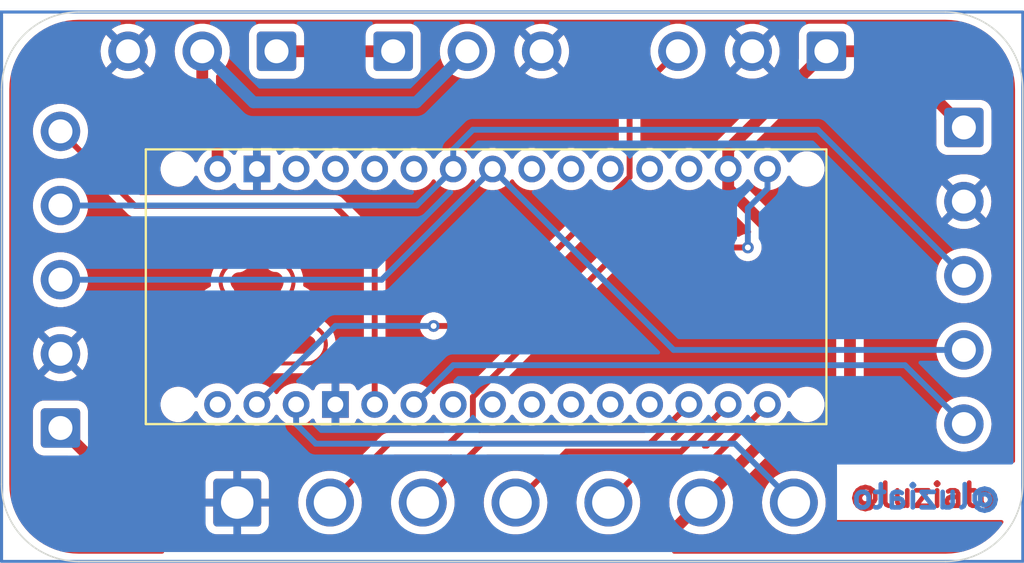
<source format=kicad_pcb>
(kicad_pcb (version 20221018) (generator pcbnew)
  (layers (0 "F.Cu" signal) (31 "B.Cu" signal) (34 "B.Paste" user) (35 "F.Paste" user) (36 "B.SilkS" user "B.Silkscreen") (37 "F.SilkS" user "F.Silkscreen") (38 "B.Mask" user) (39 "F.Mask" user) (44 "Edge.Cuts" user))
  (net 0 "")
  (net 1 "+3V3")
  (net 7 "SDA")
  (net 8 "SCL")
  (net 12 "TTL-DATA")
  (net 14 "SA-X")
  (net 15 "SB-X")
  (net 22 "ETH-SCS")
  (net 23 "ETH-MOSI")
  (net 24 "ETH-MISO")
  (net 25 "ETH-SCLK")
  (net 26 "GND")
  (net 27 "ETH-RST")
  (net 29 "+5V")
  (net 30 "+12V")
  (footprint "Connector_Wire:SolderWire-0.75sqmm_1x05_P4.8mm_D1.25mm_OD2.3mm" (layer "F.Cu") (at 181.61 78.59 -90)
    (fp_text reference "J6" hide)
    (fp_text value "Conn_01x05_Female")
    (pad "1" thru_hole roundrect (at 0 0 270) (size 2.55 2.55) (drill 1.55) (layers "*.Cu" "*.Mask") (roundrect_rratio 0.09803882353) (net 1 "+3V3"))
    (pad "2" thru_hole circle (at 4.8 0 270) (size 2.55 2.55) (drill 1.55) (layers "*.Cu" "*.Mask") (net 26 "GND"))
    (pad "3" thru_hole circle (at 9.6 0 270) (size 2.55 2.55) (drill 1.55) (layers "*.Cu" "*.Mask") (net 8 "SCL"))
    (pad "4" thru_hole circle (at 14.4 0 270) (size 2.55 2.55) (drill 1.55) (layers "*.Cu" "*.Mask") (net 7 "SDA"))
    (pad "5" thru_hole circle (at 19.2 0 270) (size 2.55 2.55) (drill 1.55) (layers "*.Cu" "*.Mask") (net 15 "SB-X"))
  )
  (footprint "Connector_Wire:SolderWire-0.75sqmm_1x03_P4.8mm_D1.25mm_OD2.3mm" (layer "F.Cu") (at 172.72 73.66 180)
    (fp_text reference "J4" hide)
    (fp_text value "Conn_01x03_Female")
    (pad "1" thru_hole roundrect (at 0 0 180) (size 2.55 2.55) (drill 1.55) (layers "*.Cu" "*.Mask") (roundrect_rratio 0.09803882353) (net 1 "+3V3"))
    (pad "2" thru_hole circle (at 4.8 0 180) (size 2.55 2.55) (drill 1.55) (layers "*.Cu" "*.Mask") (net 26 "GND"))
    (pad "3" thru_hole circle (at 9.6 0 180) (size 2.55 2.55) (drill 1.55) (layers "*.Cu" "*.Mask") (net 12 "TTL-DATA"))
  )
  (footprint "Connector_Wire:SolderWire-0.75sqmm_1x03_P4.8mm_D1.25mm_OD2.3mm" (layer "F.Cu") (at 137.16 73.66 180)
    (fp_text reference "J2" hide)
    (fp_text value "Conn_01x03_Female")
    (pad "1" thru_hole roundrect (at 0 0 180) (size 2.55 2.55) (drill 1.55) (layers "*.Cu" "*.Mask") (roundrect_rratio 0.09803882353) (net 30 "+12V"))
    (pad "2" thru_hole circle (at 4.8 0 180) (size 2.55 2.55) (drill 1.55) (layers "*.Cu" "*.Mask") (net 29 "+5V"))
    (pad "3" thru_hole circle (at 9.6 0 180) (size 2.55 2.55) (drill 1.55) (layers "*.Cu" "*.Mask") (net 26 "GND"))
  )
  (footprint "Connector_Wire:SolderWire-0.75sqmm_1x03_P4.8mm_D1.25mm_OD2.3mm" (layer "F.Cu") (at 144.705 73.66)
    (fp_text reference "J7" hide)
    (fp_text value "Conn_01x03")
    (pad "1" thru_hole roundrect (at 0 0) (size 2.55 2.55) (drill 1.55) (layers "*.Cu" "*.Mask") (roundrect_rratio 0.09803882353) (net 30 "+12V"))
    (pad "2" thru_hole circle (at 4.8 0) (size 2.55 2.55) (drill 1.55) (layers "*.Cu" "*.Mask") (net 29 "+5V"))
    (pad "3" thru_hole circle (at 9.6 0) (size 2.55 2.55) (drill 1.55) (layers "*.Cu" "*.Mask") (net 26 "GND"))
  )
  (footprint "Connector_Wire:SolderWire-0.75sqmm_1x05_P4.8mm_D1.25mm_OD2.3mm" (layer "F.Cu") (at 123.19 98.044 90)
    (fp_text reference "J3" hide)
    (fp_text value "Conn_01x05_Female")
    (pad "1" thru_hole roundrect (at 0 0 90) (size 2.55 2.55) (drill 1.55) (layers "*.Cu" "*.Mask") (roundrect_rratio 0.09803882353) (net 1 "+3V3"))
    (pad "2" thru_hole circle (at 4.8 0 90) (size 2.55 2.55) (drill 1.55) (layers "*.Cu" "*.Mask") (net 26 "GND"))
    (pad "3" thru_hole circle (at 9.6 0 90) (size 2.55 2.55) (drill 1.55) (layers "*.Cu" "*.Mask") (net 7 "SDA"))
    (pad "4" thru_hole circle (at 14.4 0 90) (size 2.55 2.55) (drill 1.55) (layers "*.Cu" "*.Mask") (net 8 "SCL"))
    (pad "5" thru_hole circle (at 19.2 0 90) (size 2.55 2.55) (drill 1.55) (layers "*.Cu" "*.Mask") (net 14 "SA-X"))
  )
  (footprint "arduino-library:Arduino_Nano_33_IoT_Socket" (layer "F.Cu") (at 172.72 88.9 90)
    (fp_text reference "A1" hide)
    (fp_text value "Arduino_Nano_33_IoT_Tile")
    (fp_line (start -8.89 -44.01) (end -8.89 0) (stroke (width 0.15)) (layer "F.SilkS"))
    (fp_line (start -8.89 -44.01) (end 8.89 -44.01) (stroke (width 0.15)) (layer "F.SilkS"))
    (fp_line (start -8.89 0) (end 8.89 0) (stroke (width 0.15)) (layer "F.SilkS"))
    (fp_line (start 8.89 -44.01) (end 8.89 0) (stroke (width 0.15)) (layer "F.SilkS"))
    (pad "" np_thru_hole circle (at -7.62 -41.91 90) (size 1.8 1.8) (drill 1.8) (layers "F&B.Cu" "*.Mask"))
    (pad "" np_thru_hole circle (at -7.62 -1.27 90) (size 1.8 1.8) (drill 1.8) (layers "F&B.Cu" "*.Mask"))
    (pad "" np_thru_hole circle (at 7.62 -41.91 90) (size 1.8 1.8) (drill 1.8) (layers "F&B.Cu" "*.Mask"))
    (pad "" np_thru_hole circle (at 7.62 -1.27 90) (size 1.8 1.8) (drill 1.8) (layers "F&B.Cu" "*.Mask"))
    (pad "3V3" thru_hole circle (at 7.62 -6.35 90) (size 1.7272 1.7272) (drill 1.016) (layers "*.Cu" "*.Mask") (net 1 "+3V3"))
    (pad "5V" thru_hole circle (at 7.62 -31.75 90) (size 1.7272 1.7272) (drill 1.016) (layers "*.Cu" "*.Mask"))
    (pad "A0" thru_hole circle (at 7.62 -11.43 90) (size 1.7272 1.7272) (drill 1.016) (layers "*.Cu" "*.Mask"))
    (pad "A1" thru_hole circle (at 7.62 -13.97 90) (size 1.7272 1.7272) (drill 1.016) (layers "*.Cu" "*.Mask"))
    (pad "A2" thru_hole circle (at 7.62 -16.51 90) (size 1.7272 1.7272) (drill 1.016) (layers "*.Cu" "*.Mask"))
    (pad "A3" thru_hole circle (at 7.62 -19.05 90) (size 1.7272 1.7272) (drill 1.016) (layers "*.Cu" "*.Mask"))
    (pad "A4" thru_hole circle (at 7.62 -21.59 90) (size 1.7272 1.7272) (drill 1.016) (layers "*.Cu" "*.Mask") (net 7 "SDA"))
    (pad "A5" thru_hole circle (at 7.62 -24.13 90) (size 1.7272 1.7272) (drill 1.016) (layers "*.Cu" "*.Mask") (net 8 "SCL"))
    (pad "A6" thru_hole circle (at 7.62 -26.67 90) (size 1.7272 1.7272) (drill 1.016) (layers "*.Cu" "*.Mask"))
    (pad "A7" thru_hole circle (at 7.62 -29.21 90) (size 1.7272 1.7272) (drill 1.016) (layers "*.Cu" "*.Mask"))
    (pad "AREF" thru_hole circle (at 7.62 -8.89 90) (size 1.7272 1.7272) (drill 1.016) (layers "*.Cu" "*.Mask"))
    (pad "D0" thru_hole circle (at -7.62 -36.83 90) (size 1.7272 1.7272) (drill 1.016) (layers "*.Cu" "*.Mask") (net 12 "TTL-DATA"))
    (pad "D1" thru_hole circle (at -7.62 -39.37 90) (size 1.7272 1.7272) (drill 1.016) (layers "*.Cu" "*.Mask"))
    (pad "D2" thru_hole circle (at -7.62 -29.21 90) (size 1.7272 1.7272) (drill 1.016) (layers "*.Cu" "*.Mask") (net 14 "SA-X"))
    (pad "D3" thru_hole circle (at -7.62 -26.67 90) (size 1.7272 1.7272) (drill 1.016) (layers "*.Cu" "*.Mask") (net 15 "SB-X"))
    (pad "D4" thru_hole circle (at -7.62 -24.13 90) (size 1.7272 1.7272) (drill 1.016) (layers "*.Cu" "*.Mask"))
    (pad "D5" thru_hole circle (at -7.62 -21.59 90) (size 1.7272 1.7272) (drill 1.016) (layers "*.Cu" "*.Mask"))
    (pad "D6" thru_hole circle (at -7.62 -19.05 90) (size 1.7272 1.7272) (drill 1.016) (layers "*.Cu" "*.Mask"))
    (pad "D7" thru_hole circle (at -7.62 -16.51 90) (size 1.7272 1.7272) (drill 1.016) (layers "*.Cu" "*.Mask"))
    (pad "D8" thru_hole circle (at -7.62 -13.97 90) (size 1.7272 1.7272) (drill 1.016) (layers "*.Cu" "*.Mask"))
    (pad "D9" thru_hole circle (at -7.62 -11.43 90) (size 1.7272 1.7272) (drill 1.016) (layers "*.Cu" "*.Mask"))
    (pad "D10" thru_hole circle (at -7.62 -8.89 90) (size 1.7272 1.7272) (drill 1.016) (layers "*.Cu" "*.Mask") (net 22 "ETH-SCS"))
    (pad "D11" thru_hole circle (at -7.62 -6.35 90) (size 1.7272 1.7272) (drill 1.016) (layers "*.Cu" "*.Mask") (net 23 "ETH-MOSI"))
    (pad "D12" thru_hole circle (at -7.62 -3.81 90) (size 1.7272 1.7272) (drill 1.016) (layers "*.Cu" "*.Mask") (net 24 "ETH-MISO"))
    (pad "D13" thru_hole circle (at 7.62 -3.81 90) (size 1.7272 1.7272) (drill 1.016) (layers "*.Cu" "*.Mask") (net 25 "ETH-SCLK"))
    (pad "GND1" thru_hole rect (at -7.62 -31.75 90) (size 1.7272 1.7272) (drill 1.016) (layers "*.Cu" "*.Mask") (net 26 "GND"))
    (pad "GND2" thru_hole rect (at 7.62 -36.83 90) (size 1.7272 1.7272) (drill 1.016) (layers "*.Cu" "*.Mask") (net 26 "GND"))
    (pad "RST1" thru_hole circle (at -7.62 -34.29 90) (size 1.7272 1.7272) (drill 1.016) (layers "*.Cu" "*.Mask") (net 27 "ETH-RST"))
    (pad "RST2" thru_hole circle (at 7.62 -34.29 90) (size 1.7272 1.7272) (drill 1.016) (layers "*.Cu" "*.Mask"))
    (pad "VIN" thru_hole circle (at 7.62 -39.37 90) (size 1.7272 1.7272) (drill 1.016) (layers "*.Cu" "*.Mask") (net 29 "+5V"))
  )
  (footprint "Connector_Wire:SolderWire-1.5sqmm_1x07_P6mm_D1.7mm_OD3mm" (layer "F.Cu") (at 134.62 102.87)
    (fp_text reference "J5" hide)
    (fp_text value "Conn_01x07_Female")
    (pad "1" thru_hole roundrect (at 0 0) (size 3.1 3.1) (drill 2.1) (layers "*.Cu" "*.Mask") (roundrect_rratio 0.08064483871) (net 26 "GND"))
    (pad "2" thru_hole circle (at 6 0) (size 3.1 3.1) (drill 2.1) (layers "*.Cu" "*.Mask") (net 25 "ETH-SCLK"))
    (pad "3" thru_hole circle (at 12 0) (size 3.1 3.1) (drill 2.1) (layers "*.Cu" "*.Mask") (net 22 "ETH-SCS"))
    (pad "4" thru_hole circle (at 18 0) (size 3.1 3.1) (drill 2.1) (layers "*.Cu" "*.Mask") (net 23 "ETH-MOSI"))
    (pad "5" thru_hole circle (at 24 0) (size 3.1 3.1) (drill 2.1) (layers "*.Cu" "*.Mask") (net 24 "ETH-MISO"))
    (pad "6" thru_hole circle (at 30 0) (size 3.1 3.1) (drill 2.1) (layers "*.Cu" "*.Mask") (net 1 "+3V3"))
    (pad "7" thru_hole circle (at 35.995976 0) (size 3.1 3.1) (drill 2.1) (layers "*.Cu" "*.Mask") (net 27 "ETH-RST"))
  )
  (gr_line (start 133.788354 87.819137) (end 133.838785 87.755191) (stroke (width 0.254)) (layer "F.Cu"))
  (gr_line (start 131.540376 92.003255) (end 131.572525 91.951883) (stroke (width 0.254)) (layer "F.Cu"))
  (gr_line (start 139.729885 93.707396) (end 139.680529 93.736024) (stroke (width 0.254)) (layer "F.Cu"))
  (gr_line (start 131.589415 93.328895) (end 131.557936 93.28041) (stroke (width 0.254)) (layer "F.Cu"))
  (gr_line (start 133.634405 89.025951) (end 133.603091 88.939858) (stroke (width 0.254)) (layer "F.Cu"))
  (gr_line (start 131.771706 91.722236) (end 131.818986 91.682288) (stroke (width 0.254)) (layer "F.Cu"))
  (gr_line (start 136.986536 87.031572) (end 137.024295 87.119419) (stroke (width 0.254)) (layer "F.Cu"))
  (gr_line (start 137.530737 87.406387) (end 137.594772 87.439613) (stroke (width 0.254)) (layer "F.Cu"))
  (gr_line (start 138.292238 89.355663) (end 138.374754 89.370134) (stroke (width 0.254)) (layer "F.Cu"))
  (gr_line (start 135.28241 86.80316) (end 135.31274 86.74702) (stroke (width 0.254)) (layer "F.Cu"))
  (gr_line (start 134.70184 87.331948) (end 134.785605 87.282703) (stroke (width 0.254)) (layer "F.Cu"))
  (gr_line (start 138.238306 88.805194) (end 138.215746 88.90912) (stroke (width 0.254)) (layer "F.Cu"))
  (gr_line (start 137.337793 87.334228) (end 137.401872 87.3536) (stroke (width 0.254)) (layer "F.Cu"))
  (gr_line (start 131.975091 91.575797) (end 132.031765 91.545008) (stroke (width 0.254)) (layer "F.Cu"))
  (gr_line (start 132.717194 91.386391) (end 132.717194 91.38639) (stroke (width 0.254)) (layer "F.Cu"))
  (gr_line (start 131.684485 91.808344) (end 131.726861 91.76428) (stroke (width 0.254)) (layer "F.Cu"))
  (gr_line (start 139.914104 93.56934) (end 139.870204 93.607175) (stroke (width 0.254)) (layer "F.Cu"))
  (gr_line (start 131.477322 93.129363) (end 131.455186 93.077624) (stroke (width 0.254)) (layer "F.Cu"))
  (gr_line (start 139.202564 91.390561) (end 139.287804 91.407531) (stroke (width 0.254)) (layer "F.Cu"))
  (gr_line (start 138.166108 88.076744) (end 138.196196 88.156912) (stroke (width 0.254)) (layer "F.Cu"))
  (gr_line (start 131.484041 92.110822) (end 131.510869 92.05626) (stroke (width 0.254)) (layer "F.Cu"))
  (gr_line (start 138.145442 89.124517) (end 138.096948 89.235799) (stroke (width 0.254)) (layer "F.Cu"))
  (gr_line (start 138.455872 89.390439) (end 138.535318 89.416366) (stroke (width 0.254)) (layer "F.Cu"))
  (gr_line (start 139.113257 91.376566) (end 139.202564 91.390561) (stroke (width 0.254)) (layer "F.Cu"))
  (gr_line (start 133.485889 89.373929) (end 133.57113 89.361697) (stroke (width 0.254)) (layer "F.Cu"))
  (gr_line (start 133.672638 89.111508) (end 133.634405 89.025951) (stroke (width 0.254)) (layer "F.Cu"))
  (gr_line (start 132.522414 90.154692) (end 132.557285 90.074779) (stroke (width 0.254)) (layer "F.Cu"))
  (gr_line (start 132.460171 90.784582) (end 132.447383 90.68844) (stroke (width 0.254)) (layer "F.Cu"))
  (gr_line (start 132.481021 90.882245) (end 132.460171 90.784582) (stroke (width 0.254)) (layer "F.Cu"))
  (gr_line (start 138.215746 88.90912) (end 138.184917 89.015593) (stroke (width 0.254)) (layer "F.Cu"))
  (gr_line (start 131.824008 93.59026) (end 131.779656 93.550928) (stroke (width 0.254)) (layer "F.Cu"))
  (gr_line (start 139.349667 90.792514) (end 139.330485 90.888042) (stroke (width 0.254)) (layer "F.Cu"))
  (gr_line (start 138.830882 89.572106) (end 138.897843 89.623) (stroke (width 0.254)) (layer "F.Cu"))
  (gr_line (start 139.307784 93.858673) (end 139.251684 93.863822) (stroke (width 0.254)) (layer "F.Cu"))
  (gr_line (start 140.073024 93.398673) (end 140.03597 93.444028) (stroke (width 0.254)) (layer "F.Cu"))
  (gr_line (start 137.092586 87.305748) (end 137.151471 87.305329) (stroke (width 0.254)) (layer "F.Cu"))
  (gr_line (start 131.779656 93.550928) (end 131.737356 93.509715) (stroke (width 0.254)) (layer "F.Cu"))
  (gr_line (start 136.715334 86.57301) (end 136.765377 86.64175) (stroke (width 0.254)) (layer "F.Cu"))
  (gr_line (start 140.163626 91.975437) (end 140.191938 92.022686) (stroke (width 0.254)) (layer "F.Cu"))
  (gr_line (start 139.824809 93.642866) (end 139.778007 93.676309) (stroke (width 0.254)) (layer "F.Cu"))
  (gr_line (start 135.209421 90.366856) (end 134.25754 90.763778) (stroke (width 0.254)) (layer "F.Cu"))
  (gr_line (start 140.347637 92.700377) (end 140.342426 92.758515) (stroke (width 0.254)) (layer "F.Cu"))
  (gr_line (start 139.361404 90.698202) (end 139.349667 90.792514) (stroke (width 0.254)) (layer "F.Cu"))
  (gr_line (start 131.501851 93.180502) (end 131.477322 93.129363) (stroke (width 0.254)) (layer "F.Cu"))
  (gr_line (start 133.578513 88.853481) (end 133.560487 88.76707) (stroke (width 0.254)) (layer "F.Cu"))
  (gr_line (start 138.612817 89.447706) (end 138.688094 89.484249) (stroke (width 0.254)) (layer "F.Cu"))
  (gr_line (start 139.330485 90.888042) (end 139.303581 90.984575) (stroke (width 0.254)) (layer "F.Cu"))
  (gr_line (start 131.510869 92.05626) (end 131.540376 92.003255) (stroke (width 0.254)) (layer "F.Cu"))
  (gr_line (start 137.024295 87.119419) (end 137.059676 87.21078) (stroke (width 0.254)) (layer "F.Cu"))
  (gr_line (start 135.163993 86.968923) (end 135.208238 86.914176) (stroke (width 0.254)) (layer "F.Cu"))
  (gr_line (start 131.459924 92.166863) (end 131.484041 92.110822) (stroke (width 0.254)) (layer "F.Cu"))
  (gr_line (start 132.021152 93.725923) (end 131.968981 93.695541) (stroke (width 0.254)) (layer "F.Cu"))
  (gr_line (start 137.658042 87.477269) (end 137.720171 87.51926) (stroke (width 0.254)) (layer "F.Cu"))
  (gr_line (start 137.895965 87.670306) (end 137.949781 87.728698) (stroke (width 0.254)) (layer "F.Cu"))
  (gr_line (start 140.227634 93.149765) (end 140.20109 93.202146) (stroke (width 0.254)) (layer "F.Cu"))
  (gr_line (start 139.177323 89.938725) (end 139.220229 90.012653) (stroke (width 0.254)) (layer "F.Cu"))
  (gr_line (start 140.338007 92.458397) (end 140.347401 92.551942) (stroke (width 0.254)) (layer "F.Cu"))
  (gr_line (start 140.217621 92.070521) (end 140.261418 92.167421) (stroke (width 0.254)) (layer "F.Cu"))
  (gr_line (start 131.659056 93.422214) (end 131.623134 93.376211) (stroke (width 0.254)) (layer "F.Cu"))
  (gr_line (start 134.218517 87.453592) (end 134.292949 87.419353) (stroke (width 0.254)) (layer "F.Cu"))
  (gr_line (start 131.418243 92.972915) (end 131.403513 92.920231) (stroke (width 0.254)) (layer "F.Cu"))
  (gr_line (start 132.442345 90.594018) (end 132.444742 90.501516) (stroke (width 0.254)) (layer "F.Cu"))
  (gr_line (start 137.56475 90.763778) (end 136.614735 90.358668) (stroke (width 0.254)) (layer "F.Cu"))
  (gr_line (start 137.401872 87.3536) (end 137.466312 87.377684) (stroke (width 0.254)) (layer "F.Cu"))
  (gr_line (start 132.151865 91.490955) (end 132.215221 91.467845) (stroke (width 0.254)) (layer "F.Cu"))
  (gr_line (start 134.934586 87.181339) (end 135.000205 87.12935) (stroke (width 0.254)) (layer "F.Cu"))
  (gr_line (start 136.859935 86.788172) (end 136.904261 86.866043) (stroke (width 0.254)) (layer "F.Cu"))
  (gr_line (start 139.303581 90.984575) (end 139.268681 91.081903) (stroke (width 0.254)) (layer "F.Cu"))
  (gr_line (start 140.292743 92.98651) (end 140.273547 93.041841) (stroke (width 0.254)) (layer "F.Cu"))
  (gr_line (start 132.371904 93.848765) (end 132.309145 93.83608) (stroke (width 0.254)) (layer "F.Cu"))
  (gr_line (start 139.173794 91.278109) (end 139.113257 91.376566) (stroke (width 0.254)) (layer "F.Cu"))
  (gr_line (start 139.589685 91.502514) (end 139.655784 91.532372) (stroke (width 0.254)) (layer "F.Cu"))
  (gr_line (start 131.419968 92.283076) (end 131.438555 92.224307) (stroke (width 0.254)) (layer "F.Cu"))
  (gr_line (start 132.557285 90.074779) (end 132.597709 89.997982) (stroke (width 0.254)) (layer "F.Cu"))
  (gr_line (start 132.597709 89.997982) (end 132.643373 89.924501) (stroke (width 0.254)) (layer "F.Cu"))
  (gr_line (start 140.141261 93.30322) (end 140.108151 93.351702) (stroke (width 0.254)) (layer "F.Cu"))
  (gr_line (start 135.417737 86.348247) (end 135.419823 86.291224) (stroke (width 0.254)) (layer "F.Cu"))
  (gr_line (start 138.124116 89.345058) (end 138.208601 89.347234) (stroke (width 0.254)) (layer "F.Cu"))
  (gr_line (start 135.411147 86.121488) (end 135.394929 86.010084) (stroke (width 0.254)) (layer "F.Cu"))
  (gr_line (start 134.370075 87.390365) (end 134.44971 87.366879) (stroke (width 0.254)) (layer "F.Cu"))
  (gr_line (start 139.287804 91.407531) (end 139.369056 91.427344) (stroke (width 0.254)) (layer "F.Cu"))
  (gr_line (start 137.466312 87.377684) (end 137.530737 87.406387) (stroke (width 0.254)) (layer "F.Cu"))
  (gr_line (start 131.818986 91.682288) (end 131.868667 91.644514) (stroke (width 0.254)) (layer "F.Cu"))
  (gr_line (start 135.412825 86.405385) (end 135.417737 86.348247) (stroke (width 0.254)) (layer "F.Cu"))
  (gr_line (start 139.418281 93.838568) (end 139.363345 93.850219) (stroke (width 0.254)) (layer "F.Cu"))
  (gr_line (start 131.870371 93.627567) (end 131.824008 93.59026) (stroke (width 0.254)) (layer "F.Cu"))
  (gr_line (start 138.260118 88.605357) (end 138.252971 88.703908) (stroke (width 0.254)) (layer "F.Cu"))
  (gr_line (start 131.737356 93.509715) (end 131.697143 93.466763) (stroke (width 0.254)) (layer "F.Cu"))
  (gr_line (start 134.44971 87.366879) (end 134.531672 87.349146) (stroke (width 0.254)) (layer "F.Cu"))
  (gr_line (start 131.381727 92.814913) (end 131.374746 92.762564) (stroke (width 0.254)) (layer "F.Cu"))
  (gr_line (start 139.934055 91.711694) (end 139.979823 91.752636) (stroke (width 0.254)) (layer "F.Cu"))
  (gr_line (start 133.838785 87.755191) (end 133.893196 87.694734) (stroke (width 0.254)) (layer "F.Cu"))
  (gr_line (start 134.013222 87.585293) (end 134.07847 87.536813) (stroke (width 0.254)) (layer "F.Cu"))
  (gr_line (start 133.603091 88.939858) (end 133.578513 88.853481) (stroke (width 0.254)) (layer "F.Cu"))
  (gr_line (start 138.961483 89.678257) (end 139.021525 89.737668) (stroke (width 0.254)) (layer "F.Cu"))
  (gr_line (start 135.344707 85.793801) (end 135.313926 85.689952) (stroke (width 0.254)) (layer "F.Cu"))
  (gr_line (start 133.742087 87.886321) (end 133.788354 87.819137) (stroke (width 0.254)) (layer "F.Cu"))
  (gr_line (start 135.247643 86.8589) (end 135.28241 86.80316) (stroke (width 0.254)) (layer "F.Cu"))
  (gr_line (start 132.188673 93.800937) (end 132.131036 93.778763) (stroke (width 0.254)) (layer "F.Cu"))
  (gr_line (start 134.615777 87.337419) (end 134.70184 87.331948) (stroke (width 0.254)) (layer "F.Cu"))
  (gr_line (start 131.36997 92.5941) (end 131.374129 92.529862) (stroke (width 0.254)) (layer "F.Cu"))
  (gr_line (start 138.760874 89.525786) (end 138.830882 89.572106) (stroke (width 0.254)) (layer "F.Cu"))
  (gr_line (start 140.098792 91.883229) (end 140.132604 91.928907) (stroke (width 0.254)) (layer "F.Cu"))
  (gr_line (start 135.393719 86.519748) (end 135.404886 86.462573) (stroke (width 0.254)) (layer "F.Cu"))
  (gr_line (start 138.260121 88.509634) (end 138.260118 88.605357) (stroke (width 0.254)) (layer "F.Cu"))
  (gr_line (start 133.579634 88.261999) (end 133.602328 88.182401) (stroke (width 0.254)) (layer "F.Cu"))
  (gr_line (start 132.595086 91.182363) (end 132.548165 91.081335) (stroke (width 0.254)) (layer "F.Cu"))
  (gr_line (start 135.281514 85.589651) (end 135.545899 85.702212) (stroke (width 0.254)) (layer "F.Cu"))
  (gr_line (start 132.436295 93.858002) (end 132.371904 93.848765) (stroke (width 0.254)) (layer "F.Cu"))
  (gr_line (start 133.543356 88.595155) (end 133.543884 88.510155) (stroke (width 0.254)) (layer "F.Cu"))
  (gr_line (start 133.401811 89.392069) (end 133.485889 89.373929) (stroke (width 0.254)) (layer "F.Cu"))
  (gr_line (start 131.381243 92.466563) (end 131.391277 92.404281) (stroke (width 0.254)) (layer "F.Cu"))
  (gr_line (start 132.493411 90.237521) (end 132.522414 90.154692) (stroke (width 0.254)) (layer "F.Cu"))
  (gr_line (start 135.942886 85.904976) (end 136.072304 85.98462) (stroke (width 0.254)) (layer "F.Cu"))
  (gr_line (start 133.560487 88.76707) (end 133.548829 88.680878) (stroke (width 0.254)) (layer "F.Cu"))
  (gr_line (start 133.159686 89.479942) (end 133.238395 89.445275) (stroke (width 0.254)) (layer "F.Cu"))
  (gr_line (start 139.258163 90.089685) (end 139.290851 90.169611) (stroke (width 0.254)) (layer "F.Cu"))
  (gr_line (start 140.273547 93.041841) (end 140.251815 93.096295) (stroke (width 0.254)) (layer "F.Cu"))
  (gr_line (start 132.075183 93.753711) (end 132.021152 93.725923) (stroke (width 0.254)) (layer "F.Cu"))
  (gr_line (start 140.03597 93.444028) (end 139.997074 93.487661) (stroke (width 0.254)) (layer "F.Cu"))
  (gr_line (start 139.472503 93.823823) (end 139.418281 93.838568) (stroke (width 0.254)) (layer "F.Cu"))
  (gr_line (start 140.108151 93.351702) (end 140.073024 93.398673) (stroke (width 0.254)) (layer "F.Cu"))
  (gr_line (start 137.151471 87.305329) (end 137.212217 87.309999) (stroke (width 0.254)) (layer "F.Cu"))
  (gr_line (start 140.320972 92.362421) (end 140.338007 92.458397) (stroke (width 0.254)) (layer "F.Cu"))
  (gr_line (start 136.904261 86.866043) (end 136.946493 86.947144) (stroke (width 0.254)) (layer "F.Cu"))
  (gr_line (start 135.338834 86.690544) (end 135.360895 86.633798) (stroke (width 0.254)) (layer "F.Cu"))
  (gr_line (start 139.290851 90.169611) (end 139.318017 90.252222) (stroke (width 0.254)) (layer "F.Cu"))
  (gr_line (start 138.253354 88.416833) (end 138.260121 88.509634) (stroke (width 0.254)) (layer "F.Cu"))
  (gr_line (start 132.749166 89.788283) (end 132.808668 89.725945) (stroke (width 0.254)) (layer "F.Cu"))
  (gr_line (start 138.091628 87.926686) (end 138.131127 87.999971) (stroke (width 0.254)) (layer "F.Cu"))
  (gr_line (start 136.813609 86.713439) (end 136.859935 86.788172) (stroke (width 0.254)) (layer "F.Cu"))
  (gr_line (start 133.238395 89.445275) (end 133.319208 89.415917) (stroke (width 0.254)) (layer "F.Cu"))
  (gr_line (start 132.418098 91.415109) (end 132.489878 91.403318) (stroke (width 0.254)) (layer "F.Cu"))
  (gr_line (start 135.394929 86.010084) (end 135.372245 85.900684) (stroke (width 0.254)) (layer "F.Cu"))
  (gr_line (start 139.369056 91.427344) (end 139.446401 91.449868) (stroke (width 0.254)) (layer "F.Cu"))
  (gr_line (start 139.578463 93.785476) (end 139.525926 93.806091) (stroke (width 0.254)) (layer "F.Cu"))
  (gr_line (start 139.318017 90.252222) (end 139.339387 90.337308) (stroke (width 0.254)) (layer "F.Cu"))
  (gr_line (start 139.195131 93.865562) (end 132.569819 93.865562) (stroke (width 0.254)) (layer "F.Cu"))
  (gr_line (start 139.268681 91.081903) (end 139.225511 91.179818) (stroke (width 0.254)) (layer "F.Cu"))
  (gr_line (start 138.535318 89.416366) (end 138.612817 89.447706) (stroke (width 0.254)) (layer "F.Cu"))
  (gr_line (start 132.470589 90.323068) (end 132.493411 90.237521) (stroke (width 0.254)) (layer "F.Cu"))
  (gr_line (start 131.968981 93.695541) (end 131.918708 93.662709) (stroke (width 0.254)) (layer "F.Cu"))
  (gr_line (start 140.323178 92.873635) (end 140.309315 92.930406) (stroke (width 0.254)) (layer "F.Cu"))
  (gr_line (start 131.374746 92.762564) (end 131.370425 92.710613) (stroke (width 0.254)) (layer "F.Cu"))
  (gr_line (start 132.651324 91.284115) (end 132.595086 91.182363) (stroke (width 0.254)) (layer "F.Cu"))
  (gr_line (start 140.347401 92.551942) (end 140.349792 92.641993) (stroke (width 0.254)) (layer "F.Cu"))
  (gr_line (start 131.557936 93.28041) (end 131.528735 93.230899) (stroke (width 0.254)) (layer "F.Cu"))
  (gr_line (start 140.342426 92.758515) (end 140.334244 92.816303) (stroke (width 0.254)) (layer "F.Cu"))
  (gr_line (start 139.363345 93.850219) (end 139.307784 93.858673) (stroke (width 0.254)) (layer "F.Cu"))
  (gr_line (start 138.039059 89.349344) (end 138.124116 89.345058) (stroke (width 0.254)) (layer "F.Cu"))
  (gr_line (start 140.349792 92.641993) (end 140.347637 92.700377) (stroke (width 0.254)) (layer "F.Cu"))
  (gr_line (start 136.614735 90.358668) (end 137.569739 89.857975) (stroke (width 0.254)) (layer "F.Cu"))
  (gr_line (start 139.777298 91.598492) (end 139.832873 91.634489) (stroke (width 0.254)) (layer "F.Cu"))
  (gr_line (start 132.563677 91.39455) (end 132.63946 91.388882) (stroke (width 0.254)) (layer "F.Cu"))
  (gr_line (start 132.50228 93.863648) (end 132.436295 93.858002) (stroke (width 0.254)) (layer "F.Cu"))
  (gr_line (start 139.655784 91.532372) (end 139.718296 91.564409) (stroke (width 0.254)) (layer "F.Cu"))
  (gr_line (start 134.785605 87.282703) (end 134.86312 87.232478) (stroke (width 0.254)) (layer "F.Cu"))
  (gr_line (start 139.251684 93.863822) (end 139.195131 93.865562) (stroke (width 0.254)) (layer "F.Cu"))
  (gr_line (start 132.693963 89.854535) (end 132.749166 89.788283) (stroke (width 0.254)) (layer "F.Cu"))
  (gr_line (start 135.419823 86.291224) (end 135.419286 86.234381) (stroke (width 0.254)) (layer "F.Cu"))
  (gr_line (start 135.31274 86.74702) (end 135.338834 86.690544) (stroke (width 0.254)) (layer "F.Cu"))
  (gr_line (start 138.897843 89.623) (end 138.961483 89.678257) (stroke (width 0.254)) (layer "F.Cu"))
  (gr_line (start 133.65722 89.355573) (end 133.743845 89.355755) (stroke (width 0.254)) (layer "F.Cu"))
  (gr_line (start 131.697143 93.466763) (end 131.659056 93.422214) (stroke (width 0.254)) (layer "F.Cu"))
  (gr_line (start 133.602328 88.182401) (end 133.630103 88.104783) (stroke (width 0.254)) (layer "F.Cu"))
  (gr_line (start 131.644615 91.854351) (end 131.684485 91.808344) (stroke (width 0.254)) (layer "F.Cu"))
  (gr_line (start 138.096948 89.235799) (end 138.039059 89.349344) (stroke (width 0.254)) (layer "F.Cu"))
  (gr_line (start 139.519917 91.474969) (end 139.589685 91.502514) (stroke (width 0.254)) (layer "F.Cu"))
  (gr_line (start 139.363638 90.514065) (end 139.365969 90.605316) (stroke (width 0.254)) (layer "F.Cu"))
  (gr_line (start 133.630103 88.104783) (end 133.662778 88.029395) (stroke (width 0.254)) (layer "F.Cu"))
  (gr_line (start 131.918708 93.662709) (end 131.870371 93.627567) (stroke (width 0.254)) (layer "F.Cu"))
  (gr_line (start 138.196196 88.156912) (end 138.221017 88.240378) (stroke (width 0.254)) (layer "F.Cu"))
  (gr_line (start 131.623134 93.376211) (end 131.589415 93.328895) (stroke (width 0.254)) (layer "F.Cu"))
  (gr_line (start 133.743845 89.355755) (end 133.830692 89.362444) (stroke (width 0.254)) (layer "F.Cu"))
  (gr_line (start 132.510248 90.981229) (end 132.481021 90.882245) (stroke (width 0.254)) (layer "F.Cu"))
  (gr_line (start 131.868667 91.644514) (end 131.920713 91.608991) (stroke (width 0.254)) (layer "F.Cu"))
  (gr_line (start 132.872156 89.667721) (end 132.939315 89.613808) (stroke (width 0.254)) (layer "F.Cu"))
  (gr_line (start 132.309145 93.83608) (end 132.248055 93.82009) (stroke (width 0.254)) (layer "F.Cu"))
  (gr_line (start 136.946493 86.947144) (end 136.986536 87.031572) (stroke (width 0.254)) (layer "F.Cu"))
  (gr_line (start 140.191938 92.022686) (end 140.217621 92.070521) (stroke (width 0.254)) (layer "F.Cu"))
  (gr_line (start 140.261418 92.167421) (end 140.295655 92.265075) (stroke (width 0.254)) (layer "F.Cu"))
  (gr_line (start 133.893196 87.694734) (end 133.951403 87.638017) (stroke (width 0.254)) (layer "F.Cu"))
  (gr_line (start 138.184917 89.015593) (end 138.145442 89.124517) (stroke (width 0.254)) (layer "F.Cu"))
  (gr_line (start 133.009832 89.564408) (end 133.083394 89.51972) (stroke (width 0.254)) (layer "F.Cu"))
  (gr_line (start 131.391329 92.867516) (end 131.381727 92.814913) (stroke (width 0.254)) (layer "F.Cu"))
  (gr_line (start 134.531672 87.349146) (end 134.615777 87.337419) (stroke (width 0.254)) (layer "F.Cu"))
  (gr_line (start 132.215221 91.467845) (end 132.280735 91.44745) (stroke (width 0.254)) (layer "F.Cu"))
  (gr_line (start 131.607283 91.902223) (end 131.644615 91.854351) (stroke (width 0.254)) (layer "F.Cu"))
  (gr_line (start 132.090702 91.516702) (end 132.151865 91.490955) (stroke (width 0.254)) (layer "F.Cu"))
  (gr_line (start 133.57113 89.361697) (end 133.65722 89.355573) (stroke (width 0.254)) (layer "F.Cu"))
  (gr_line (start 139.021525 89.737668) (end 139.077696 89.801023) (stroke (width 0.254)) (layer "F.Cu"))
  (gr_line (start 140.132604 91.928907) (end 140.163626 91.975437) (stroke (width 0.254)) (layer "F.Cu"))
  (gr_line (start 139.870204 93.607175) (end 139.824809 93.642866) (stroke (width 0.254)) (layer "F.Cu"))
  (gr_line (start 131.374129 92.529862) (end 131.381243 92.466563) (stroke (width 0.254)) (layer "F.Cu"))
  (gr_line (start 131.726861 91.76428) (end 131.771706 91.722236) (stroke (width 0.254)) (layer "F.Cu"))
  (gr_line (start 138.688094 89.484249) (end 138.760874 89.525786) (stroke (width 0.254)) (layer "F.Cu"))
  (gr_line (start 132.548165 91.081335) (end 132.510248 90.981229) (stroke (width 0.254)) (layer "F.Cu"))
  (gr_line (start 135.419286 86.234381) (end 135.411147 86.121488) (stroke (width 0.254)) (layer "F.Cu"))
  (gr_line (start 138.252971 88.703908) (end 138.238306 88.805194) (stroke (width 0.254)) (layer "F.Cu"))
  (gr_line (start 131.370425 92.710613) (end 131.3688 92.6592) (stroke (width 0.254)) (layer "F.Cu"))
  (gr_line (start 135.313926 85.689952) (end 135.281514 85.589651) (stroke (width 0.254)) (layer "F.Cu"))
  (gr_line (start 134.146963 87.492829) (end 134.218517 87.453592) (stroke (width 0.254)) (layer "F.Cu"))
  (gr_line (start 134.292949 87.419353) (end 134.370075 87.390365) (stroke (width 0.254)) (layer "F.Cu"))
  (gr_line (start 135.208238 86.914176) (end 135.247643 86.8589) (stroke (width 0.254)) (layer "F.Cu"))
  (gr_line (start 138.221017 88.240378) (end 138.240195 88.32705) (stroke (width 0.254)) (layer "F.Cu"))
  (gr_line (start 132.63946 91.388882) (end 132.717194 91.386391) (stroke (width 0.254)) (layer "F.Cu"))
  (gr_line (start 139.077696 89.801023) (end 139.12972 89.868112) (stroke (width 0.254)) (layer "F.Cu"))
  (gr_line (start 138.00058 87.790955) (end 138.047988 87.856982) (stroke (width 0.254)) (layer "F.Cu"))
  (gr_line (start 132.939315 89.613808) (end 133.009832 89.564408) (stroke (width 0.254)) (layer "F.Cu"))
  (gr_line (start 139.718296 91.564409) (end 139.777298 91.598492) (stroke (width 0.254)) (layer "F.Cu"))
  (gr_line (start 132.489878 91.403318) (end 132.563677 91.39455) (stroke (width 0.254)) (layer "F.Cu"))
  (gr_line (start 132.717194 91.38639) (end 132.651324 91.284115) (stroke (width 0.254)) (layer "F.Cu"))
  (gr_line (start 134.07847 87.536813) (end 134.146963 87.492829) (stroke (width 0.254)) (layer "F.Cu"))
  (gr_line (start 133.550228 88.426128) (end 133.562206 88.343325) (stroke (width 0.254)) (layer "F.Cu"))
  (gr_line (start 139.832873 91.634489) (end 139.885098 91.672267) (stroke (width 0.254)) (layer "F.Cu"))
  (gr_line (start 138.208601 89.347234) (end 138.292238 89.355663) (stroke (width 0.254)) (layer "F.Cu"))
  (gr_line (start 131.404197 92.343093) (end 131.419968 92.283076) (stroke (width 0.254)) (layer "F.Cu"))
  (gr_line (start 132.131036 93.778763) (end 132.075183 93.753711) (stroke (width 0.254)) (layer "F.Cu"))
  (gr_line (start 140.295655 92.265075) (end 140.320972 92.362421) (stroke (width 0.254)) (layer "F.Cu"))
  (gr_line (start 139.365969 90.605316) (end 139.361404 90.698202) (stroke (width 0.254)) (layer "F.Cu"))
  (gr_line (start 139.979823 91.752636) (end 140.022482 91.794961) (stroke (width 0.254)) (layer "F.Cu"))
  (gr_line (start 132.569819 93.865562) (end 132.50228 93.863648) (stroke (width 0.254)) (layer "F.Cu"))
  (gr_line (start 137.780785 87.565493) (end 137.839508 87.615873) (stroke (width 0.254)) (layer "F.Cu"))
  (gr_line (start 134.259178 89.856337) (end 135.209421 90.366856) (stroke (width 0.254)) (layer "F.Cu"))
  (gr_line (start 138.374754 89.370134) (end 138.455872 89.390439) (stroke (width 0.254)) (layer "F.Cu"))
  (gr_line (start 135.360895 86.633798) (end 135.379122 86.576844) (stroke (width 0.254)) (layer "F.Cu"))
  (gr_line (start 139.220229 90.012653) (end 139.258163 90.089685) (stroke (width 0.254)) (layer "F.Cu"))
  (gr_line (start 135.114707 87.023077) (end 135.163993 86.968923) (stroke (width 0.254)) (layer "F.Cu"))
  (gr_line (start 131.920713 91.608991) (end 131.975091 91.575797) (stroke (width 0.254)) (layer "F.Cu"))
  (gr_line (start 136.44125 86.270256) (end 136.555279 86.383544) (stroke (width 0.254)) (layer "F.Cu"))
  (gr_line (start 135.060178 87.076574) (end 135.114707 87.023077) (stroke (width 0.254)) (layer "F.Cu"))
  (gr_line (start 131.3688 92.6592) (end 131.36997 92.5941) (stroke (width 0.254)) (layer "F.Cu"))
  (gr_line (start 133.083394 89.51972) (end 133.159686 89.479942) (stroke (width 0.254)) (layer "F.Cu"))
  (gr_line (start 132.454261 90.411133) (end 132.470589 90.323068) (stroke (width 0.254)) (layer "F.Cu"))
  (gr_line (start 135.678929 85.764524) (end 135.811509 85.831861) (stroke (width 0.254)) (layer "F.Cu"))
  (gr_line (start 139.12972 89.868112) (end 139.177323 89.938725) (stroke (width 0.254)) (layer "F.Cu"))
  (gr_line (start 139.778007 93.676309) (end 139.729885 93.707396) (stroke (width 0.254)) (layer "F.Cu"))
  (gr_line (start 135.000205 87.12935) (end 135.060178 87.076574) (stroke (width 0.254)) (layer "F.Cu"))
  (gr_line (start 135.404886 86.462573) (end 135.412825 86.405385) (stroke (width 0.254)) (layer "F.Cu"))
  (gr_line (start 136.765377 86.64175) (end 136.813609 86.713439) (stroke (width 0.254)) (layer "F.Cu"))
  (gr_line (start 136.072304 85.98462) (end 136.199007 86.071546) (stroke (width 0.254)) (layer "F.Cu"))
  (gr_line (start 133.770598 89.280006) (end 133.717975 89.196277) (stroke (width 0.254)) (layer "F.Cu"))
  (gr_line (start 133.717975 89.196277) (end 133.672638 89.111508) (stroke (width 0.254)) (layer "F.Cu"))
  (gr_line (start 132.248055 93.82009) (end 132.188673 93.800937) (stroke (width 0.254)) (layer "F.Cu"))
  (gr_line (start 139.885098 91.672267) (end 139.934055 91.711694) (stroke (width 0.254)) (layer "F.Cu"))
  (gr_line (start 131.572525 91.951883) (end 131.607283 91.902223) (stroke (width 0.254)) (layer "F.Cu"))
  (gr_line (start 139.630026 93.762086) (end 139.578463 93.785476) (stroke (width 0.254)) (layer "F.Cu"))
  (gr_line (start 137.839508 87.615873) (end 137.895965 87.670306) (stroke (width 0.254)) (layer "F.Cu"))
  (gr_line (start 131.528735 93.230899) (end 131.501851 93.180502) (stroke (width 0.254)) (layer "F.Cu"))
  (gr_line (start 133.830692 89.362444) (end 133.770598 89.280006) (stroke (width 0.254)) (layer "F.Cu"))
  (gr_line (start 133.543884 88.510155) (end 133.550228 88.426128) (stroke (width 0.254)) (layer "F.Cu"))
  (gr_line (start 133.319208 89.415917) (end 133.401811 89.392069) (stroke (width 0.254)) (layer "F.Cu"))
  (gr_line (start 137.594772 87.439613) (end 137.658042 87.477269) (stroke (width 0.254)) (layer "F.Cu"))
  (gr_line (start 135.811509 85.831861) (end 135.942886 85.904976) (stroke (width 0.254)) (layer "F.Cu"))
  (gr_line (start 139.339387 90.337308) (end 139.354686 90.424659) (stroke (width 0.254)) (layer "F.Cu"))
  (gr_line (start 140.062112 91.838537) (end 140.098792 91.883229) (stroke (width 0.254)) (layer "F.Cu"))
  (gr_line (start 137.059676 87.21078) (end 137.092586 87.305748) (stroke (width 0.254)) (layer "F.Cu"))
  (gr_line (start 136.322241 86.166508) (end 136.44125 86.270256) (stroke (width 0.254)) (layer "F.Cu"))
  (gr_line (start 131.43548 93.025427) (end 131.418243 92.972915) (stroke (width 0.254)) (layer "F.Cu"))
  (gr_line (start 134.86312 87.232478) (end 134.934586 87.181339) (stroke (width 0.254)) (layer "F.Cu"))
  (gr_line (start 135.372245 85.900684) (end 135.344707 85.793801) (stroke (width 0.254)) (layer "F.Cu"))
  (gr_line (start 135.545899 85.702212) (end 135.678929 85.764524) (stroke (width 0.254)) (layer "F.Cu"))
  (gr_line (start 139.997074 93.487661) (end 139.956423 93.529467) (stroke (width 0.254)) (layer "F.Cu"))
  (gr_line (start 138.240195 88.32705) (end 138.253354 88.416833) (stroke (width 0.254)) (layer "F.Cu"))
  (gr_line (start 140.20109 93.202146) (end 140.17227 93.253333) (stroke (width 0.254)) (layer "F.Cu"))
  (gr_line (start 139.680529 93.736024) (end 139.630026 93.762086) (stroke (width 0.254)) (layer "F.Cu"))
  (gr_line (start 132.444742 90.501516) (end 132.454261 90.411133) (stroke (width 0.254)) (layer "F.Cu"))
  (gr_line (start 133.562206 88.343325) (end 133.579634 88.261999) (stroke (width 0.254)) (layer "F.Cu"))
  (gr_line (start 139.525926 93.806091) (end 139.472503 93.823823) (stroke (width 0.254)) (layer "F.Cu"))
  (gr_line (start 136.199007 86.071546) (end 136.322241 86.166508) (stroke (width 0.254)) (layer "F.Cu"))
  (gr_line (start 131.455186 93.077624) (end 131.43548 93.025427) (stroke (width 0.254)) (layer "F.Cu"))
  (gr_line (start 132.280735 91.44745) (end 132.348372 91.429845) (stroke (width 0.254)) (layer "F.Cu"))
  (gr_line (start 132.808668 89.725945) (end 132.872156 89.667721) (stroke (width 0.254)) (layer "F.Cu"))
  (gr_line (start 140.022482 91.794961) (end 140.062112 91.838537) (stroke (width 0.254)) (layer "F.Cu"))
  (gr_line (start 135.379122 86.576844) (end 135.393719 86.519748) (stroke (width 0.254)) (layer "F.Cu"))
  (gr_line (start 131.403513 92.920231) (end 131.391329 92.867516) (stroke (width 0.254)) (layer "F.Cu"))
  (gr_line (start 133.700167 87.956491) (end 133.742087 87.886321) (stroke (width 0.254)) (layer "F.Cu"))
  (gr_line (start 132.348372 91.429845) (end 132.418098 91.415109) (stroke (width 0.254)) (layer "F.Cu"))
  (gr_line (start 139.225511 91.179818) (end 139.173794 91.278109) (stroke (width 0.254)) (layer "F.Cu"))
  (gr_line (start 140.251815 93.096295) (end 140.227634 93.149765) (stroke (width 0.254)) (layer "F.Cu"))
  (gr_line (start 131.391277 92.404281) (end 131.404197 92.343093) (stroke (width 0.254)) (layer "F.Cu"))
  (gr_line (start 140.334244 92.816303) (end 140.323178 92.873635) (stroke (width 0.254)) (layer "F.Cu"))
  (gr_line (start 137.27445 87.319663) (end 137.337793 87.334228) (stroke (width 0.254)) (layer "F.Cu"))
  (gr_line (start 133.951403 87.638017) (end 134.013222 87.585293) (stroke (width 0.254)) (layer "F.Cu"))
  (gr_line (start 138.131127 87.999971) (end 138.166108 88.076744) (stroke (width 0.254)) (layer "F.Cu"))
  (gr_line (start 137.212217 87.309999) (end 137.27445 87.319663) (stroke (width 0.254)) (layer "F.Cu"))
  (gr_line (start 137.949781 87.728698) (end 138.00058 87.790955) (stroke (width 0.254)) (layer "F.Cu"))
  (gr_line (start 132.643373 89.924501) (end 132.693963 89.854535) (stroke (width 0.254)) (layer "F.Cu"))
  (gr_line (start 131.438555 92.224307) (end 131.459924 92.166863) (stroke (width 0.254)) (layer "F.Cu"))
  (gr_line (start 140.17227 93.253333) (end 140.141261 93.30322) (stroke (width 0.254)) (layer "F.Cu"))
  (gr_line (start 136.663573 86.507125) (end 136.715334 86.57301) (stroke (width 0.254)) (layer "F.Cu"))
  (gr_line (start 139.446401 91.449868) (end 139.519917 91.474969) (stroke (width 0.254)) (layer "F.Cu"))
  (gr_line (start 139.354686 90.424659) (end 139.363638 90.514065) (stroke (width 0.254)) (layer "F.Cu"))
  (gr_line (start 132.031765 91.545008) (end 132.090702 91.516702) (stroke (width 0.254)) (layer "F.Cu"))
  (gr_line (start 136.555279 86.383544) (end 136.663573 86.507125) (stroke (width 0.254)) (layer "F.Cu"))
  (gr_line (start 137.720171 87.51926) (end 137.780785 87.565493) (stroke (width 0.254)) (layer "F.Cu"))
  (gr_line (start 140.309315 92.930406) (end 140.292743 92.98651) (stroke (width 0.254)) (layer "F.Cu"))
  (gr_poly (pts (xy 137.565971 91.661089) (xy 137.556752 91.720791) (xy 137.540073 91.798251) (xy 137.513759 91.889938) (xy 137.475633 91.99232) (xy 137.451461 92.046418) (xy 137.423519 92.101866) (xy 137.391537 92.158221) (xy 137.355241 92.215043) (xy 137.314361 92.27189) (xy 137.268624 92.32832) (xy 137.217757 92.383893) (xy 137.16149 92.438166) (xy 137.099549 92.490698) (xy 137.031664 92.541047) (xy 136.957561 92.588773) (xy 136.87697 92.633434) (xy 136.789617 92.674587) (xy 136.695231 92.711792) (xy 136.59354 92.744608) (xy 136.484272 92.772592) (xy 136.367154 92.795304) (xy 136.241916 92.812302) (xy 136.108284 92.823143) (xy 135.965988 92.827388) (xy 135.823635 92.824643) (xy 135.689839 92.815111) (xy 135.564335 92.799242) (xy 135.446859 92.777487) (xy 135.337146 92.750296) (xy 135.234931 92.718122) (xy 135.139949 92.681415) (xy 135.051936 92.640625) (xy 134.970626 92.596203) (xy 134.895754 92.548601) (xy 134.827057 92.498268) (xy 134.764269 92.445657) (xy 134.707124 92.391217) (xy 134.65536 92.335399) (xy 134.60871 92.278655) (xy 134.566909 92.221435) (xy 134.529694 92.164191) (xy 134.496799 92.107372) (xy 134.44291 91.996815) (xy 134.403124 91.893371) (xy 134.375323 91.800648) (xy 134.357387 91.722251) (xy 134.347199 91.661789) (xy 134.341591 91.60909) (xy 137.570735 91.60909)) (stroke (width 0.254)) (fill solid) (layer "F.Cu"))
  (gr_line (start 133.662778 88.029395) (end 133.700167 87.956491) (stroke (width 0.254)) (layer "F.Cu"))
  (gr_line (start 132.447383 90.68844) (end 132.442345 90.594018) (stroke (width 0.254)) (layer "F.Cu"))
  (gr_line (start 138.047988 87.856982) (end 138.091628 87.926686) (stroke (width 0.254)) (layer "F.Cu"))
  (gr_line (start 133.548829 88.680878) (end 133.543356 88.595155) (stroke (width 0.254)) (layer "F.Cu"))
  (gr_line (start 139.956423 93.529467) (end 139.914104 93.56934) (stroke (width 0.254)) (layer "F.Cu"))
  (gr_rect (start 119.38 71.12) (end 185.42 106.68) (stroke (width 0.2)) (fill none) (layer "B.Cu"))
  (gr_arc (start 119.38 76.12) (mid 120.844466 72.584466) (end 124.38 71.12) (stroke (width 0.1)) (layer "Edge.Cuts"))
  (gr_line (start 185.42 76.12) (end 185.42 101.68) (stroke (width 0.1)) (layer "Edge.Cuts"))
  (gr_arc (start 180.42 71.12) (mid 183.955534 72.584466) (end 185.42 76.12) (stroke (width 0.1)) (layer "Edge.Cuts"))
  (gr_line (start 124.38 71.12) (end 180.42 71.12) (stroke (width 0.1)) (layer "Edge.Cuts"))
  (gr_arc (start 124.38 106.68) (mid 120.844466 105.215534) (end 119.38 101.68) (stroke (width 0.1)) (layer "Edge.Cuts"))
  (gr_line (start 180.42 106.68) (end 124.38 106.68) (stroke (width 0.1)) (layer "Edge.Cuts"))
  (gr_arc (start 185.42 101.68) (mid 183.955534 105.215534) (end 180.42 106.68) (stroke (width 0.1)) (layer "Edge.Cuts"))
  (gr_line (start 119.38 101.68) (end 119.38 76.12) (stroke (width 0.1)) (layer "Edge.Cuts"))
  (gr_text "@luziato" (at 174.0408 103.2764) (layer "F.Cu") (effects (font (size 1.5 1.5) (thickness 0.3) bold) (justify left bottom)))
  (gr_text "@luziato" (at 184.15 103.378) (layer "B.Cu") (effects (font (size 1.5 1.5) (thickness 0.3) bold) (justify left bottom mirror)))
  (segment (start 164.62 102.87) (end 168.43 99.06) (width 0.762) (layer "F.Cu") (net 1))
  (segment (start 166.37 80.01) (end 166.37 81.28) (width 0.762) (layer "F.Cu") (net 1))
  (segment (start 168.43 99.06) (end 172.72 99.06) (width 0.762) (layer "F.Cu") (net 1))
  (segment (start 166.37 82.55) (end 166.37 81.28) (width 0.762) (layer "F.Cu") (net 1))
  (segment (start 172.72 99.06) (end 174.244 97.536) (width 0.762) (layer "F.Cu") (net 1))
  (segment (start 181.61 78.59) (end 176.68 73.66) (width 0.762) (layer "F.Cu") (net 1))
  (segment (start 176.68 73.66) (end 172.72 73.66) (width 0.762) (layer "F.Cu") (net 1))
  (segment (start 174.244 97.536) (end 174.244 90.424) (width 0.762) (layer "F.Cu") (net 1))
  (segment (start 164.62 102.87) (end 162.181 105.309) (width 0.762) (layer "F.Cu") (net 1))
  (segment (start 123.19 98.044) (end 130.455 105.309) (width 0.762) (layer "F.Cu") (net 1))
  (segment (start 172.72 73.66) (end 166.37 80.01) (width 0.762) (layer "F.Cu") (net 1))
  (segment (start 130.455 105.309) (end 131.064 105.309) (width 0.762) (layer "F.Cu") (net 1))
  (segment (start 162.181 105.309) (end 131.064 105.309) (width 0.762) (layer "F.Cu") (net 1))
  (segment (start 174.244 90.424) (end 166.37 82.55) (width 0.762) (layer "F.Cu") (net 1))
  (segment (start 143.966 88.444) (end 151.13 81.28) (width 0.381) (layer "B.Cu") (net 7))
  (segment (start 181.61 92.99) (end 162.84 92.99) (width 0.381) (layer "B.Cu") (net 7))
  (segment (start 162.84 92.99) (end 151.13 81.28) (width 0.381) (layer "B.Cu") (net 7))
  (segment (start 123.19 88.444) (end 143.966 88.444) (width 0.381) (layer "B.Cu") (net 7))
  (segment (start 148.59 80.01) (end 148.59 81.28) (width 0.381) (layer "B.Cu") (net 8))
  (segment (start 146.226 83.644) (end 148.59 81.28) (width 0.381) (layer "B.Cu") (net 8))
  (segment (start 149.86 78.74) (end 148.59 80.01) (width 0.381) (layer "B.Cu") (net 8))
  (segment (start 181.61 88.19) (end 172.16 78.74) (width 0.381) (layer "B.Cu") (net 8))
  (segment (start 123.19 83.644) (end 146.226 83.644) (width 0.381) (layer "B.Cu") (net 8))
  (segment (start 172.16 78.74) (end 149.86 78.74) (width 0.381) (layer "B.Cu") (net 8))
  (segment (start 163.12 73.66) (end 159.9946 76.7854) (width 0.381) (layer "F.Cu") (net 12))
  (segment (start 150.350131 91.44) (end 147.32 91.44) (width 0.381) (layer "F.Cu") (net 12))
  (segment (start 159.9946 81.795531) (end 150.350131 91.44) (width 0.381) (layer "F.Cu") (net 12))
  (segment (start 159.9946 76.7854) (end 159.9946 81.795531) (width 0.381) (layer "F.Cu") (net 12))
  (via (at 147.32 91.44) (size 0.762) (drill 0.381) (layers "F.Cu" "B.Cu") (net 12))
  (segment (start 147.32 91.44) (end 140.97 91.44) (width 0.381) (layer "B.Cu") (net 12))
  (segment (start 140.97 91.44) (end 135.89 96.52) (width 0.381) (layer "B.Cu") (net 12))
  (segment (start 129.032 83.6676) (end 140.9192 83.6676) (width 0.381) (layer "F.Cu") (net 14))
  (segment (start 123.19 78.844) (end 128.0136 83.6676) (width 0.381) (layer "F.Cu") (net 14))
  (segment (start 140.9192 83.6676) (end 143.51 86.2584) (width 0.381) (layer "F.Cu") (net 14))
  (segment (start 143.51 86.2584) (end 143.51 96.52) (width 0.381) (layer "F.Cu") (net 14))
  (segment (start 128.0136 83.6676) (end 129.032 83.6676) (width 0.381) (layer "F.Cu") (net 14))
  (segment (start 148.59 93.98) (end 146.05 96.52) (width 0.381) (layer "B.Cu") (net 15))
  (segment (start 177.8 93.98) (end 148.59 93.98) (width 0.381) (layer "B.Cu") (net 15))
  (segment (start 181.61 97.79) (end 177.8 93.98) (width 0.381) (layer "B.Cu") (net 15))
  (segment (start 150.43 99.06) (end 161.29 99.06) (width 0.381) (layer "F.Cu") (net 22))
  (segment (start 146.62 102.87) (end 150.43 99.06) (width 0.381) (layer "F.Cu") (net 22))
  (segment (start 161.29 99.06) (end 163.83 96.52) (width 0.381) (layer "F.Cu") (net 22))
  (segment (start 155.922 99.568) (end 163.322 99.568) (width 0.381) (layer "F.Cu") (net 23))
  (segment (start 152.62 102.87) (end 155.922 99.568) (width 0.381) (layer "F.Cu") (net 23))
  (segment (start 163.322 99.568) (end 166.37 96.52) (width 0.381) (layer "F.Cu") (net 23))
  (segment (start 161.414 100.076) (end 165.354 100.076) (width 0.381) (layer "F.Cu") (net 24))
  (segment (start 165.354 100.076) (end 168.91 96.52) (width 0.381) (layer "F.Cu") (net 24))
  (segment (start 158.62 102.87) (end 161.414 100.076) (width 0.381) (layer "F.Cu") (net 24))
  (segment (start 149.86 97.509043) (end 149.86 96.029869) (width 0.381) (layer "F.Cu") (net 25))
  (segment (start 148.309043 99.06) (end 149.86 97.509043) (width 0.381) (layer "F.Cu") (net 25))
  (segment (start 149.86 96.029869) (end 159.529869 86.36) (width 0.381) (layer "F.Cu") (net 25))
  (segment (start 140.62 102.87) (end 144.43 99.06) (width 0.381) (layer "F.Cu") (net 25))
  (segment (start 144.43 99.06) (end 148.309043 99.06) (width 0.381) (layer "F.Cu") (net 25))
  (segment (start 159.529869 86.36) (end 167.64 86.36) (width 0.381) (layer "F.Cu") (net 25))
  (via (at 167.64 86.36) (size 0.762) (drill 0.381) (layers "F.Cu" "B.Cu") (net 25))
  (segment (start 168.91 82.55) (end 167.64 83.82) (width 0.381) (layer "B.Cu") (net 25))
  (segment (start 168.91 82.55) (end 168.91 81.28) (width 0.381) (layer "B.Cu") (net 25))
  (segment (start 167.64 83.82) (end 167.64 86.36) (width 0.381) (layer "B.Cu") (net 25))
  (segment (start 166.805976 99.06) (end 139.7 99.06) (width 0.381) (layer "B.Cu") (net 27))
  (segment (start 138.43 97.79) (end 138.43 96.52) (width 0.381) (layer "B.Cu") (net 27))
  (segment (start 139.7 99.06) (end 138.43 97.79) (width 0.381) (layer "B.Cu") (net 27))
  (segment (start 170.615976 102.87) (end 166.805976 99.06) (width 0.381) (layer "B.Cu") (net 27))
  (segment (start 133.35 79.248) (end 133.35 81.28) (width 0.762) (layer "F.Cu") (net 29))
  (segment (start 132.36 73.66) (end 132.36 78.258) (width 0.762) (layer "F.Cu") (net 29))
  (segment (start 132.36 78.258) (end 133.35 79.248) (width 0.762) (layer "F.Cu") (net 29))
  (segment (start 146.203 76.962) (end 135.662 76.962) (width 0.762) (layer "B.Cu") (net 29))
  (segment (start 135.662 76.962) (end 132.36 73.66) (width 0.762) (layer "B.Cu") (net 29))
  (segment (start 149.505 73.66) (end 146.203 76.962) (width 0.762) (layer "B.Cu") (net 29))
  (segment (start 137.16 73.66) (end 144.705 73.66) (width 0.762) (layer "F.Cu") (net 30))
  (zone (net 26) (net_name "GND") (layer "F.Cu") (connect_pads (clearance 0.508)) (min_thickness 0.25) (fill yes (thermal_gap 0.5) (thermal_bridge_width 0.5) (island_removal_mode 1) (island_area_min 9.999999))
    (polygon (pts (xy 119.38 71.12) (xy 185.42 71.12) (xy 185.42 106.68) (xy 119.38 106.68)))
  )
  (zone (net 26) (net_name "GND") (layer "B.Cu") (priority 1) (connect_pads (clearance 0.508)) (min_thickness 0.25) (fill yes (thermal_gap 0.5) (thermal_bridge_width 0.5) (island_removal_mode 1) (island_area_min 9.999999))
    (polygon (pts (xy 119.38 71.12) (xy 185.42 71.12) (xy 185.42 106.68) (xy 119.38 106.68)))
  )
)
</source>
